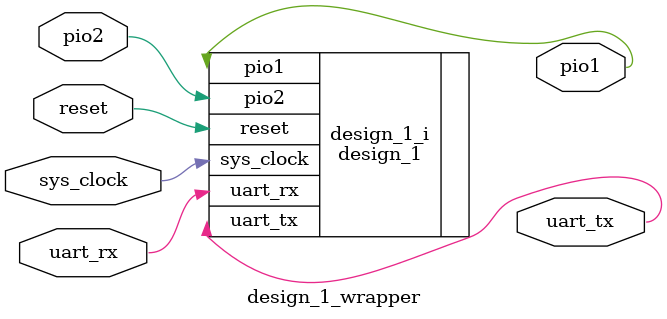
<source format=v>
`timescale 1 ps / 1 ps

module design_1_wrapper
   (pio1,
    pio2,
    reset,
    sys_clock,
    uart_rx,
    uart_tx);
  output pio1;
  input pio2;
  input reset;
  input sys_clock;
  input uart_rx;
  output uart_tx;

  wire pio1;
  wire pio2;
  wire reset;
  wire sys_clock;
  wire uart_rx;
  wire uart_tx;

  design_1 design_1_i
       (.pio1(pio1),
        .pio2(pio2),
        .reset(reset),
        .sys_clock(sys_clock),
        .uart_rx(uart_rx),
        .uart_tx(uart_tx));
endmodule

</source>
